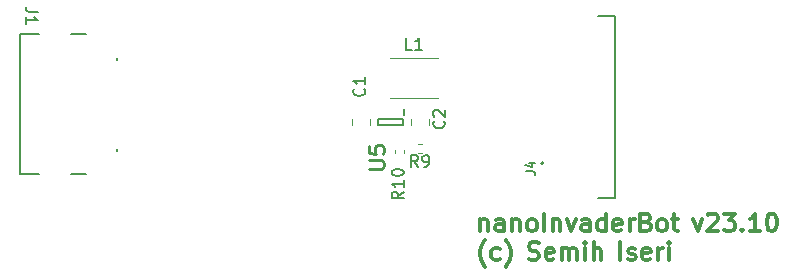
<source format=gbr>
%TF.GenerationSoftware,KiCad,Pcbnew,(7.0.0)*%
%TF.CreationDate,2023-10-22T09:50:51+03:00*%
%TF.ProjectId,nanoInvaderBot-logic,6e616e6f-496e-4766-9164-6572426f742d,rev?*%
%TF.SameCoordinates,Original*%
%TF.FileFunction,Legend,Top*%
%TF.FilePolarity,Positive*%
%FSLAX46Y46*%
G04 Gerber Fmt 4.6, Leading zero omitted, Abs format (unit mm)*
G04 Created by KiCad (PCBNEW (7.0.0)) date 2023-10-22 09:50:51*
%MOMM*%
%LPD*%
G01*
G04 APERTURE LIST*
%ADD10C,0.300000*%
%ADD11C,0.150000*%
%ADD12C,0.254000*%
%ADD13C,0.120000*%
%ADD14C,0.152400*%
%ADD15C,0.127000*%
%ADD16C,0.200000*%
G04 APERTURE END LIST*
D10*
X156857142Y-109493571D02*
X156857142Y-110493571D01*
X156857142Y-109636428D02*
X156928571Y-109565000D01*
X156928571Y-109565000D02*
X157071428Y-109493571D01*
X157071428Y-109493571D02*
X157285714Y-109493571D01*
X157285714Y-109493571D02*
X157428571Y-109565000D01*
X157428571Y-109565000D02*
X157500000Y-109707857D01*
X157500000Y-109707857D02*
X157500000Y-110493571D01*
X158857143Y-110493571D02*
X158857143Y-109707857D01*
X158857143Y-109707857D02*
X158785714Y-109565000D01*
X158785714Y-109565000D02*
X158642857Y-109493571D01*
X158642857Y-109493571D02*
X158357143Y-109493571D01*
X158357143Y-109493571D02*
X158214285Y-109565000D01*
X158857143Y-110422142D02*
X158714285Y-110493571D01*
X158714285Y-110493571D02*
X158357143Y-110493571D01*
X158357143Y-110493571D02*
X158214285Y-110422142D01*
X158214285Y-110422142D02*
X158142857Y-110279285D01*
X158142857Y-110279285D02*
X158142857Y-110136428D01*
X158142857Y-110136428D02*
X158214285Y-109993571D01*
X158214285Y-109993571D02*
X158357143Y-109922142D01*
X158357143Y-109922142D02*
X158714285Y-109922142D01*
X158714285Y-109922142D02*
X158857143Y-109850714D01*
X159571428Y-109493571D02*
X159571428Y-110493571D01*
X159571428Y-109636428D02*
X159642857Y-109565000D01*
X159642857Y-109565000D02*
X159785714Y-109493571D01*
X159785714Y-109493571D02*
X160000000Y-109493571D01*
X160000000Y-109493571D02*
X160142857Y-109565000D01*
X160142857Y-109565000D02*
X160214286Y-109707857D01*
X160214286Y-109707857D02*
X160214286Y-110493571D01*
X161142857Y-110493571D02*
X161000000Y-110422142D01*
X161000000Y-110422142D02*
X160928571Y-110350714D01*
X160928571Y-110350714D02*
X160857143Y-110207857D01*
X160857143Y-110207857D02*
X160857143Y-109779285D01*
X160857143Y-109779285D02*
X160928571Y-109636428D01*
X160928571Y-109636428D02*
X161000000Y-109565000D01*
X161000000Y-109565000D02*
X161142857Y-109493571D01*
X161142857Y-109493571D02*
X161357143Y-109493571D01*
X161357143Y-109493571D02*
X161500000Y-109565000D01*
X161500000Y-109565000D02*
X161571429Y-109636428D01*
X161571429Y-109636428D02*
X161642857Y-109779285D01*
X161642857Y-109779285D02*
X161642857Y-110207857D01*
X161642857Y-110207857D02*
X161571429Y-110350714D01*
X161571429Y-110350714D02*
X161500000Y-110422142D01*
X161500000Y-110422142D02*
X161357143Y-110493571D01*
X161357143Y-110493571D02*
X161142857Y-110493571D01*
X162285714Y-110493571D02*
X162285714Y-108993571D01*
X163000000Y-109493571D02*
X163000000Y-110493571D01*
X163000000Y-109636428D02*
X163071429Y-109565000D01*
X163071429Y-109565000D02*
X163214286Y-109493571D01*
X163214286Y-109493571D02*
X163428572Y-109493571D01*
X163428572Y-109493571D02*
X163571429Y-109565000D01*
X163571429Y-109565000D02*
X163642858Y-109707857D01*
X163642858Y-109707857D02*
X163642858Y-110493571D01*
X164214286Y-109493571D02*
X164571429Y-110493571D01*
X164571429Y-110493571D02*
X164928572Y-109493571D01*
X166142858Y-110493571D02*
X166142858Y-109707857D01*
X166142858Y-109707857D02*
X166071429Y-109565000D01*
X166071429Y-109565000D02*
X165928572Y-109493571D01*
X165928572Y-109493571D02*
X165642858Y-109493571D01*
X165642858Y-109493571D02*
X165500000Y-109565000D01*
X166142858Y-110422142D02*
X166000000Y-110493571D01*
X166000000Y-110493571D02*
X165642858Y-110493571D01*
X165642858Y-110493571D02*
X165500000Y-110422142D01*
X165500000Y-110422142D02*
X165428572Y-110279285D01*
X165428572Y-110279285D02*
X165428572Y-110136428D01*
X165428572Y-110136428D02*
X165500000Y-109993571D01*
X165500000Y-109993571D02*
X165642858Y-109922142D01*
X165642858Y-109922142D02*
X166000000Y-109922142D01*
X166000000Y-109922142D02*
X166142858Y-109850714D01*
X167500001Y-110493571D02*
X167500001Y-108993571D01*
X167500001Y-110422142D02*
X167357143Y-110493571D01*
X167357143Y-110493571D02*
X167071429Y-110493571D01*
X167071429Y-110493571D02*
X166928572Y-110422142D01*
X166928572Y-110422142D02*
X166857143Y-110350714D01*
X166857143Y-110350714D02*
X166785715Y-110207857D01*
X166785715Y-110207857D02*
X166785715Y-109779285D01*
X166785715Y-109779285D02*
X166857143Y-109636428D01*
X166857143Y-109636428D02*
X166928572Y-109565000D01*
X166928572Y-109565000D02*
X167071429Y-109493571D01*
X167071429Y-109493571D02*
X167357143Y-109493571D01*
X167357143Y-109493571D02*
X167500001Y-109565000D01*
X168785715Y-110422142D02*
X168642858Y-110493571D01*
X168642858Y-110493571D02*
X168357144Y-110493571D01*
X168357144Y-110493571D02*
X168214286Y-110422142D01*
X168214286Y-110422142D02*
X168142858Y-110279285D01*
X168142858Y-110279285D02*
X168142858Y-109707857D01*
X168142858Y-109707857D02*
X168214286Y-109565000D01*
X168214286Y-109565000D02*
X168357144Y-109493571D01*
X168357144Y-109493571D02*
X168642858Y-109493571D01*
X168642858Y-109493571D02*
X168785715Y-109565000D01*
X168785715Y-109565000D02*
X168857144Y-109707857D01*
X168857144Y-109707857D02*
X168857144Y-109850714D01*
X168857144Y-109850714D02*
X168142858Y-109993571D01*
X169500000Y-110493571D02*
X169500000Y-109493571D01*
X169500000Y-109779285D02*
X169571429Y-109636428D01*
X169571429Y-109636428D02*
X169642858Y-109565000D01*
X169642858Y-109565000D02*
X169785715Y-109493571D01*
X169785715Y-109493571D02*
X169928572Y-109493571D01*
X170928571Y-109707857D02*
X171142857Y-109779285D01*
X171142857Y-109779285D02*
X171214286Y-109850714D01*
X171214286Y-109850714D02*
X171285714Y-109993571D01*
X171285714Y-109993571D02*
X171285714Y-110207857D01*
X171285714Y-110207857D02*
X171214286Y-110350714D01*
X171214286Y-110350714D02*
X171142857Y-110422142D01*
X171142857Y-110422142D02*
X171000000Y-110493571D01*
X171000000Y-110493571D02*
X170428571Y-110493571D01*
X170428571Y-110493571D02*
X170428571Y-108993571D01*
X170428571Y-108993571D02*
X170928571Y-108993571D01*
X170928571Y-108993571D02*
X171071429Y-109065000D01*
X171071429Y-109065000D02*
X171142857Y-109136428D01*
X171142857Y-109136428D02*
X171214286Y-109279285D01*
X171214286Y-109279285D02*
X171214286Y-109422142D01*
X171214286Y-109422142D02*
X171142857Y-109565000D01*
X171142857Y-109565000D02*
X171071429Y-109636428D01*
X171071429Y-109636428D02*
X170928571Y-109707857D01*
X170928571Y-109707857D02*
X170428571Y-109707857D01*
X172142857Y-110493571D02*
X172000000Y-110422142D01*
X172000000Y-110422142D02*
X171928571Y-110350714D01*
X171928571Y-110350714D02*
X171857143Y-110207857D01*
X171857143Y-110207857D02*
X171857143Y-109779285D01*
X171857143Y-109779285D02*
X171928571Y-109636428D01*
X171928571Y-109636428D02*
X172000000Y-109565000D01*
X172000000Y-109565000D02*
X172142857Y-109493571D01*
X172142857Y-109493571D02*
X172357143Y-109493571D01*
X172357143Y-109493571D02*
X172500000Y-109565000D01*
X172500000Y-109565000D02*
X172571429Y-109636428D01*
X172571429Y-109636428D02*
X172642857Y-109779285D01*
X172642857Y-109779285D02*
X172642857Y-110207857D01*
X172642857Y-110207857D02*
X172571429Y-110350714D01*
X172571429Y-110350714D02*
X172500000Y-110422142D01*
X172500000Y-110422142D02*
X172357143Y-110493571D01*
X172357143Y-110493571D02*
X172142857Y-110493571D01*
X173071429Y-109493571D02*
X173642857Y-109493571D01*
X173285714Y-108993571D02*
X173285714Y-110279285D01*
X173285714Y-110279285D02*
X173357143Y-110422142D01*
X173357143Y-110422142D02*
X173500000Y-110493571D01*
X173500000Y-110493571D02*
X173642857Y-110493571D01*
X174900000Y-109493571D02*
X175257143Y-110493571D01*
X175257143Y-110493571D02*
X175614286Y-109493571D01*
X176114286Y-109136428D02*
X176185714Y-109065000D01*
X176185714Y-109065000D02*
X176328572Y-108993571D01*
X176328572Y-108993571D02*
X176685714Y-108993571D01*
X176685714Y-108993571D02*
X176828572Y-109065000D01*
X176828572Y-109065000D02*
X176900000Y-109136428D01*
X176900000Y-109136428D02*
X176971429Y-109279285D01*
X176971429Y-109279285D02*
X176971429Y-109422142D01*
X176971429Y-109422142D02*
X176900000Y-109636428D01*
X176900000Y-109636428D02*
X176042857Y-110493571D01*
X176042857Y-110493571D02*
X176971429Y-110493571D01*
X177471428Y-108993571D02*
X178400000Y-108993571D01*
X178400000Y-108993571D02*
X177900000Y-109565000D01*
X177900000Y-109565000D02*
X178114285Y-109565000D01*
X178114285Y-109565000D02*
X178257143Y-109636428D01*
X178257143Y-109636428D02*
X178328571Y-109707857D01*
X178328571Y-109707857D02*
X178400000Y-109850714D01*
X178400000Y-109850714D02*
X178400000Y-110207857D01*
X178400000Y-110207857D02*
X178328571Y-110350714D01*
X178328571Y-110350714D02*
X178257143Y-110422142D01*
X178257143Y-110422142D02*
X178114285Y-110493571D01*
X178114285Y-110493571D02*
X177685714Y-110493571D01*
X177685714Y-110493571D02*
X177542857Y-110422142D01*
X177542857Y-110422142D02*
X177471428Y-110350714D01*
X179042856Y-110350714D02*
X179114285Y-110422142D01*
X179114285Y-110422142D02*
X179042856Y-110493571D01*
X179042856Y-110493571D02*
X178971428Y-110422142D01*
X178971428Y-110422142D02*
X179042856Y-110350714D01*
X179042856Y-110350714D02*
X179042856Y-110493571D01*
X180542857Y-110493571D02*
X179685714Y-110493571D01*
X180114285Y-110493571D02*
X180114285Y-108993571D01*
X180114285Y-108993571D02*
X179971428Y-109207857D01*
X179971428Y-109207857D02*
X179828571Y-109350714D01*
X179828571Y-109350714D02*
X179685714Y-109422142D01*
X181471428Y-108993571D02*
X181614285Y-108993571D01*
X181614285Y-108993571D02*
X181757142Y-109065000D01*
X181757142Y-109065000D02*
X181828571Y-109136428D01*
X181828571Y-109136428D02*
X181899999Y-109279285D01*
X181899999Y-109279285D02*
X181971428Y-109565000D01*
X181971428Y-109565000D02*
X181971428Y-109922142D01*
X181971428Y-109922142D02*
X181899999Y-110207857D01*
X181899999Y-110207857D02*
X181828571Y-110350714D01*
X181828571Y-110350714D02*
X181757142Y-110422142D01*
X181757142Y-110422142D02*
X181614285Y-110493571D01*
X181614285Y-110493571D02*
X181471428Y-110493571D01*
X181471428Y-110493571D02*
X181328571Y-110422142D01*
X181328571Y-110422142D02*
X181257142Y-110350714D01*
X181257142Y-110350714D02*
X181185713Y-110207857D01*
X181185713Y-110207857D02*
X181114285Y-109922142D01*
X181114285Y-109922142D02*
X181114285Y-109565000D01*
X181114285Y-109565000D02*
X181185713Y-109279285D01*
X181185713Y-109279285D02*
X181257142Y-109136428D01*
X181257142Y-109136428D02*
X181328571Y-109065000D01*
X181328571Y-109065000D02*
X181471428Y-108993571D01*
X157285714Y-113495000D02*
X157214285Y-113423571D01*
X157214285Y-113423571D02*
X157071428Y-113209285D01*
X157071428Y-113209285D02*
X157000000Y-113066428D01*
X157000000Y-113066428D02*
X156928571Y-112852142D01*
X156928571Y-112852142D02*
X156857142Y-112495000D01*
X156857142Y-112495000D02*
X156857142Y-112209285D01*
X156857142Y-112209285D02*
X156928571Y-111852142D01*
X156928571Y-111852142D02*
X157000000Y-111637857D01*
X157000000Y-111637857D02*
X157071428Y-111495000D01*
X157071428Y-111495000D02*
X157214285Y-111280714D01*
X157214285Y-111280714D02*
X157285714Y-111209285D01*
X158500000Y-112852142D02*
X158357142Y-112923571D01*
X158357142Y-112923571D02*
X158071428Y-112923571D01*
X158071428Y-112923571D02*
X157928571Y-112852142D01*
X157928571Y-112852142D02*
X157857142Y-112780714D01*
X157857142Y-112780714D02*
X157785714Y-112637857D01*
X157785714Y-112637857D02*
X157785714Y-112209285D01*
X157785714Y-112209285D02*
X157857142Y-112066428D01*
X157857142Y-112066428D02*
X157928571Y-111995000D01*
X157928571Y-111995000D02*
X158071428Y-111923571D01*
X158071428Y-111923571D02*
X158357142Y-111923571D01*
X158357142Y-111923571D02*
X158500000Y-111995000D01*
X158999999Y-113495000D02*
X159071428Y-113423571D01*
X159071428Y-113423571D02*
X159214285Y-113209285D01*
X159214285Y-113209285D02*
X159285714Y-113066428D01*
X159285714Y-113066428D02*
X159357142Y-112852142D01*
X159357142Y-112852142D02*
X159428571Y-112495000D01*
X159428571Y-112495000D02*
X159428571Y-112209285D01*
X159428571Y-112209285D02*
X159357142Y-111852142D01*
X159357142Y-111852142D02*
X159285714Y-111637857D01*
X159285714Y-111637857D02*
X159214285Y-111495000D01*
X159214285Y-111495000D02*
X159071428Y-111280714D01*
X159071428Y-111280714D02*
X158999999Y-111209285D01*
X160971428Y-112852142D02*
X161185714Y-112923571D01*
X161185714Y-112923571D02*
X161542856Y-112923571D01*
X161542856Y-112923571D02*
X161685714Y-112852142D01*
X161685714Y-112852142D02*
X161757142Y-112780714D01*
X161757142Y-112780714D02*
X161828571Y-112637857D01*
X161828571Y-112637857D02*
X161828571Y-112495000D01*
X161828571Y-112495000D02*
X161757142Y-112352142D01*
X161757142Y-112352142D02*
X161685714Y-112280714D01*
X161685714Y-112280714D02*
X161542856Y-112209285D01*
X161542856Y-112209285D02*
X161257142Y-112137857D01*
X161257142Y-112137857D02*
X161114285Y-112066428D01*
X161114285Y-112066428D02*
X161042856Y-111995000D01*
X161042856Y-111995000D02*
X160971428Y-111852142D01*
X160971428Y-111852142D02*
X160971428Y-111709285D01*
X160971428Y-111709285D02*
X161042856Y-111566428D01*
X161042856Y-111566428D02*
X161114285Y-111495000D01*
X161114285Y-111495000D02*
X161257142Y-111423571D01*
X161257142Y-111423571D02*
X161614285Y-111423571D01*
X161614285Y-111423571D02*
X161828571Y-111495000D01*
X163042856Y-112852142D02*
X162899999Y-112923571D01*
X162899999Y-112923571D02*
X162614285Y-112923571D01*
X162614285Y-112923571D02*
X162471427Y-112852142D01*
X162471427Y-112852142D02*
X162399999Y-112709285D01*
X162399999Y-112709285D02*
X162399999Y-112137857D01*
X162399999Y-112137857D02*
X162471427Y-111995000D01*
X162471427Y-111995000D02*
X162614285Y-111923571D01*
X162614285Y-111923571D02*
X162899999Y-111923571D01*
X162899999Y-111923571D02*
X163042856Y-111995000D01*
X163042856Y-111995000D02*
X163114285Y-112137857D01*
X163114285Y-112137857D02*
X163114285Y-112280714D01*
X163114285Y-112280714D02*
X162399999Y-112423571D01*
X163757141Y-112923571D02*
X163757141Y-111923571D01*
X163757141Y-112066428D02*
X163828570Y-111995000D01*
X163828570Y-111995000D02*
X163971427Y-111923571D01*
X163971427Y-111923571D02*
X164185713Y-111923571D01*
X164185713Y-111923571D02*
X164328570Y-111995000D01*
X164328570Y-111995000D02*
X164399999Y-112137857D01*
X164399999Y-112137857D02*
X164399999Y-112923571D01*
X164399999Y-112137857D02*
X164471427Y-111995000D01*
X164471427Y-111995000D02*
X164614284Y-111923571D01*
X164614284Y-111923571D02*
X164828570Y-111923571D01*
X164828570Y-111923571D02*
X164971427Y-111995000D01*
X164971427Y-111995000D02*
X165042856Y-112137857D01*
X165042856Y-112137857D02*
X165042856Y-112923571D01*
X165757141Y-112923571D02*
X165757141Y-111923571D01*
X165757141Y-111423571D02*
X165685713Y-111495000D01*
X165685713Y-111495000D02*
X165757141Y-111566428D01*
X165757141Y-111566428D02*
X165828570Y-111495000D01*
X165828570Y-111495000D02*
X165757141Y-111423571D01*
X165757141Y-111423571D02*
X165757141Y-111566428D01*
X166471427Y-112923571D02*
X166471427Y-111423571D01*
X167114285Y-112923571D02*
X167114285Y-112137857D01*
X167114285Y-112137857D02*
X167042856Y-111995000D01*
X167042856Y-111995000D02*
X166899999Y-111923571D01*
X166899999Y-111923571D02*
X166685713Y-111923571D01*
X166685713Y-111923571D02*
X166542856Y-111995000D01*
X166542856Y-111995000D02*
X166471427Y-112066428D01*
X168728570Y-112923571D02*
X168728570Y-111423571D01*
X169371428Y-112852142D02*
X169514285Y-112923571D01*
X169514285Y-112923571D02*
X169799999Y-112923571D01*
X169799999Y-112923571D02*
X169942856Y-112852142D01*
X169942856Y-112852142D02*
X170014285Y-112709285D01*
X170014285Y-112709285D02*
X170014285Y-112637857D01*
X170014285Y-112637857D02*
X169942856Y-112495000D01*
X169942856Y-112495000D02*
X169799999Y-112423571D01*
X169799999Y-112423571D02*
X169585714Y-112423571D01*
X169585714Y-112423571D02*
X169442856Y-112352142D01*
X169442856Y-112352142D02*
X169371428Y-112209285D01*
X169371428Y-112209285D02*
X169371428Y-112137857D01*
X169371428Y-112137857D02*
X169442856Y-111995000D01*
X169442856Y-111995000D02*
X169585714Y-111923571D01*
X169585714Y-111923571D02*
X169799999Y-111923571D01*
X169799999Y-111923571D02*
X169942856Y-111995000D01*
X171228571Y-112852142D02*
X171085714Y-112923571D01*
X171085714Y-112923571D02*
X170800000Y-112923571D01*
X170800000Y-112923571D02*
X170657142Y-112852142D01*
X170657142Y-112852142D02*
X170585714Y-112709285D01*
X170585714Y-112709285D02*
X170585714Y-112137857D01*
X170585714Y-112137857D02*
X170657142Y-111995000D01*
X170657142Y-111995000D02*
X170800000Y-111923571D01*
X170800000Y-111923571D02*
X171085714Y-111923571D01*
X171085714Y-111923571D02*
X171228571Y-111995000D01*
X171228571Y-111995000D02*
X171300000Y-112137857D01*
X171300000Y-112137857D02*
X171300000Y-112280714D01*
X171300000Y-112280714D02*
X170585714Y-112423571D01*
X171942856Y-112923571D02*
X171942856Y-111923571D01*
X171942856Y-112209285D02*
X172014285Y-112066428D01*
X172014285Y-112066428D02*
X172085714Y-111995000D01*
X172085714Y-111995000D02*
X172228571Y-111923571D01*
X172228571Y-111923571D02*
X172371428Y-111923571D01*
X172871427Y-112923571D02*
X172871427Y-111923571D01*
X172871427Y-111423571D02*
X172799999Y-111495000D01*
X172799999Y-111495000D02*
X172871427Y-111566428D01*
X172871427Y-111566428D02*
X172942856Y-111495000D01*
X172942856Y-111495000D02*
X172871427Y-111423571D01*
X172871427Y-111423571D02*
X172871427Y-111566428D01*
D11*
%TO.C,C1*%
X147022142Y-98416666D02*
X147069761Y-98464285D01*
X147069761Y-98464285D02*
X147117380Y-98607142D01*
X147117380Y-98607142D02*
X147117380Y-98702380D01*
X147117380Y-98702380D02*
X147069761Y-98845237D01*
X147069761Y-98845237D02*
X146974523Y-98940475D01*
X146974523Y-98940475D02*
X146879285Y-98988094D01*
X146879285Y-98988094D02*
X146688809Y-99035713D01*
X146688809Y-99035713D02*
X146545952Y-99035713D01*
X146545952Y-99035713D02*
X146355476Y-98988094D01*
X146355476Y-98988094D02*
X146260238Y-98940475D01*
X146260238Y-98940475D02*
X146165000Y-98845237D01*
X146165000Y-98845237D02*
X146117380Y-98702380D01*
X146117380Y-98702380D02*
X146117380Y-98607142D01*
X146117380Y-98607142D02*
X146165000Y-98464285D01*
X146165000Y-98464285D02*
X146212619Y-98416666D01*
X147117380Y-97464285D02*
X147117380Y-98035713D01*
X147117380Y-97749999D02*
X146117380Y-97749999D01*
X146117380Y-97749999D02*
X146260238Y-97845237D01*
X146260238Y-97845237D02*
X146355476Y-97940475D01*
X146355476Y-97940475D02*
X146403095Y-98035713D01*
%TO.C,J1*%
X119382619Y-91916666D02*
X118668333Y-91916666D01*
X118668333Y-91916666D02*
X118525476Y-91869047D01*
X118525476Y-91869047D02*
X118430238Y-91773809D01*
X118430238Y-91773809D02*
X118382619Y-91630952D01*
X118382619Y-91630952D02*
X118382619Y-91535714D01*
X118382619Y-92916666D02*
X118382619Y-92345238D01*
X118382619Y-92630952D02*
X119382619Y-92630952D01*
X119382619Y-92630952D02*
X119239761Y-92535714D01*
X119239761Y-92535714D02*
X119144523Y-92440476D01*
X119144523Y-92440476D02*
X119096904Y-92345238D01*
%TO.C,R10*%
X150367380Y-107142857D02*
X149891190Y-107476190D01*
X150367380Y-107714285D02*
X149367380Y-107714285D01*
X149367380Y-107714285D02*
X149367380Y-107333333D01*
X149367380Y-107333333D02*
X149415000Y-107238095D01*
X149415000Y-107238095D02*
X149462619Y-107190476D01*
X149462619Y-107190476D02*
X149557857Y-107142857D01*
X149557857Y-107142857D02*
X149700714Y-107142857D01*
X149700714Y-107142857D02*
X149795952Y-107190476D01*
X149795952Y-107190476D02*
X149843571Y-107238095D01*
X149843571Y-107238095D02*
X149891190Y-107333333D01*
X149891190Y-107333333D02*
X149891190Y-107714285D01*
X150367380Y-106190476D02*
X150367380Y-106761904D01*
X150367380Y-106476190D02*
X149367380Y-106476190D01*
X149367380Y-106476190D02*
X149510238Y-106571428D01*
X149510238Y-106571428D02*
X149605476Y-106666666D01*
X149605476Y-106666666D02*
X149653095Y-106761904D01*
X149367380Y-105571428D02*
X149367380Y-105476190D01*
X149367380Y-105476190D02*
X149415000Y-105380952D01*
X149415000Y-105380952D02*
X149462619Y-105333333D01*
X149462619Y-105333333D02*
X149557857Y-105285714D01*
X149557857Y-105285714D02*
X149748333Y-105238095D01*
X149748333Y-105238095D02*
X149986428Y-105238095D01*
X149986428Y-105238095D02*
X150176904Y-105285714D01*
X150176904Y-105285714D02*
X150272142Y-105333333D01*
X150272142Y-105333333D02*
X150319761Y-105380952D01*
X150319761Y-105380952D02*
X150367380Y-105476190D01*
X150367380Y-105476190D02*
X150367380Y-105571428D01*
X150367380Y-105571428D02*
X150319761Y-105666666D01*
X150319761Y-105666666D02*
X150272142Y-105714285D01*
X150272142Y-105714285D02*
X150176904Y-105761904D01*
X150176904Y-105761904D02*
X149986428Y-105809523D01*
X149986428Y-105809523D02*
X149748333Y-105809523D01*
X149748333Y-105809523D02*
X149557857Y-105761904D01*
X149557857Y-105761904D02*
X149462619Y-105714285D01*
X149462619Y-105714285D02*
X149415000Y-105666666D01*
X149415000Y-105666666D02*
X149367380Y-105571428D01*
%TO.C,R9*%
X151583333Y-105037380D02*
X151250000Y-104561190D01*
X151011905Y-105037380D02*
X151011905Y-104037380D01*
X151011905Y-104037380D02*
X151392857Y-104037380D01*
X151392857Y-104037380D02*
X151488095Y-104085000D01*
X151488095Y-104085000D02*
X151535714Y-104132619D01*
X151535714Y-104132619D02*
X151583333Y-104227857D01*
X151583333Y-104227857D02*
X151583333Y-104370714D01*
X151583333Y-104370714D02*
X151535714Y-104465952D01*
X151535714Y-104465952D02*
X151488095Y-104513571D01*
X151488095Y-104513571D02*
X151392857Y-104561190D01*
X151392857Y-104561190D02*
X151011905Y-104561190D01*
X152059524Y-105037380D02*
X152250000Y-105037380D01*
X152250000Y-105037380D02*
X152345238Y-104989761D01*
X152345238Y-104989761D02*
X152392857Y-104942142D01*
X152392857Y-104942142D02*
X152488095Y-104799285D01*
X152488095Y-104799285D02*
X152535714Y-104608809D01*
X152535714Y-104608809D02*
X152535714Y-104227857D01*
X152535714Y-104227857D02*
X152488095Y-104132619D01*
X152488095Y-104132619D02*
X152440476Y-104085000D01*
X152440476Y-104085000D02*
X152345238Y-104037380D01*
X152345238Y-104037380D02*
X152154762Y-104037380D01*
X152154762Y-104037380D02*
X152059524Y-104085000D01*
X152059524Y-104085000D02*
X152011905Y-104132619D01*
X152011905Y-104132619D02*
X151964286Y-104227857D01*
X151964286Y-104227857D02*
X151964286Y-104465952D01*
X151964286Y-104465952D02*
X152011905Y-104561190D01*
X152011905Y-104561190D02*
X152059524Y-104608809D01*
X152059524Y-104608809D02*
X152154762Y-104656428D01*
X152154762Y-104656428D02*
X152345238Y-104656428D01*
X152345238Y-104656428D02*
X152440476Y-104608809D01*
X152440476Y-104608809D02*
X152488095Y-104561190D01*
X152488095Y-104561190D02*
X152535714Y-104465952D01*
%TO.C,J4*%
X160697165Y-105429252D02*
X161268864Y-105429252D01*
X161268864Y-105429252D02*
X161383204Y-105467365D01*
X161383204Y-105467365D02*
X161459430Y-105543592D01*
X161459430Y-105543592D02*
X161497543Y-105657931D01*
X161497543Y-105657931D02*
X161497543Y-105734158D01*
X160963958Y-104705100D02*
X161497543Y-104705100D01*
X160659052Y-104895666D02*
X161230751Y-105086233D01*
X161230751Y-105086233D02*
X161230751Y-104590760D01*
D12*
%TO.C,U5*%
X147446573Y-105217619D02*
X148474669Y-105217619D01*
X148474669Y-105217619D02*
X148595621Y-105157142D01*
X148595621Y-105157142D02*
X148656097Y-105096666D01*
X148656097Y-105096666D02*
X148716573Y-104975714D01*
X148716573Y-104975714D02*
X148716573Y-104733809D01*
X148716573Y-104733809D02*
X148656097Y-104612857D01*
X148656097Y-104612857D02*
X148595621Y-104552380D01*
X148595621Y-104552380D02*
X148474669Y-104491904D01*
X148474669Y-104491904D02*
X147446573Y-104491904D01*
X147446573Y-103282381D02*
X147446573Y-103887143D01*
X147446573Y-103887143D02*
X148051335Y-103947619D01*
X148051335Y-103947619D02*
X147990859Y-103887143D01*
X147990859Y-103887143D02*
X147930383Y-103766190D01*
X147930383Y-103766190D02*
X147930383Y-103463809D01*
X147930383Y-103463809D02*
X147990859Y-103342857D01*
X147990859Y-103342857D02*
X148051335Y-103282381D01*
X148051335Y-103282381D02*
X148172288Y-103221904D01*
X148172288Y-103221904D02*
X148474669Y-103221904D01*
X148474669Y-103221904D02*
X148595621Y-103282381D01*
X148595621Y-103282381D02*
X148656097Y-103342857D01*
X148656097Y-103342857D02*
X148716573Y-103463809D01*
X148716573Y-103463809D02*
X148716573Y-103766190D01*
X148716573Y-103766190D02*
X148656097Y-103887143D01*
X148656097Y-103887143D02*
X148595621Y-103947619D01*
D11*
%TO.C,L1*%
X151083333Y-95117380D02*
X150607143Y-95117380D01*
X150607143Y-95117380D02*
X150607143Y-94117380D01*
X151940476Y-95117380D02*
X151369048Y-95117380D01*
X151654762Y-95117380D02*
X151654762Y-94117380D01*
X151654762Y-94117380D02*
X151559524Y-94260238D01*
X151559524Y-94260238D02*
X151464286Y-94355476D01*
X151464286Y-94355476D02*
X151369048Y-94403095D01*
%TO.C,C2*%
X153772142Y-101166666D02*
X153819761Y-101214285D01*
X153819761Y-101214285D02*
X153867380Y-101357142D01*
X153867380Y-101357142D02*
X153867380Y-101452380D01*
X153867380Y-101452380D02*
X153819761Y-101595237D01*
X153819761Y-101595237D02*
X153724523Y-101690475D01*
X153724523Y-101690475D02*
X153629285Y-101738094D01*
X153629285Y-101738094D02*
X153438809Y-101785713D01*
X153438809Y-101785713D02*
X153295952Y-101785713D01*
X153295952Y-101785713D02*
X153105476Y-101738094D01*
X153105476Y-101738094D02*
X153010238Y-101690475D01*
X153010238Y-101690475D02*
X152915000Y-101595237D01*
X152915000Y-101595237D02*
X152867380Y-101452380D01*
X152867380Y-101452380D02*
X152867380Y-101357142D01*
X152867380Y-101357142D02*
X152915000Y-101214285D01*
X152915000Y-101214285D02*
X152962619Y-101166666D01*
X152962619Y-100785713D02*
X152915000Y-100738094D01*
X152915000Y-100738094D02*
X152867380Y-100642856D01*
X152867380Y-100642856D02*
X152867380Y-100404761D01*
X152867380Y-100404761D02*
X152915000Y-100309523D01*
X152915000Y-100309523D02*
X152962619Y-100261904D01*
X152962619Y-100261904D02*
X153057857Y-100214285D01*
X153057857Y-100214285D02*
X153153095Y-100214285D01*
X153153095Y-100214285D02*
X153295952Y-100261904D01*
X153295952Y-100261904D02*
X153867380Y-100833332D01*
X153867380Y-100833332D02*
X153867380Y-100214285D01*
D13*
%TO.C,C1*%
X147485000Y-100988748D02*
X147485000Y-101511252D01*
X146015000Y-100988748D02*
X146015000Y-101511252D01*
D14*
%TO.C,J1*%
X123451760Y-93819100D02*
X122193840Y-93819100D01*
X119521760Y-93819100D02*
X117885200Y-93819100D01*
X117885200Y-93819100D02*
X117885200Y-105680900D01*
X126114800Y-95965671D02*
X126114800Y-95796534D01*
X126114800Y-103703466D02*
X126114800Y-103534326D01*
X122193840Y-105680900D02*
X123451760Y-105680900D01*
X117885200Y-105680900D02*
X119521760Y-105680900D01*
D13*
%TO.C,R10*%
X150380000Y-103596359D02*
X150380000Y-103903641D01*
X149620000Y-103596359D02*
X149620000Y-103903641D01*
%TO.C,R9*%
X151903641Y-103880000D02*
X151596359Y-103880000D01*
X151903641Y-103120000D02*
X151596359Y-103120000D01*
D15*
%TO.C,J4*%
X166812500Y-107715000D02*
X168312500Y-107715000D01*
X168312500Y-107715000D02*
X168312500Y-92285000D01*
X168312500Y-92285000D02*
X166812500Y-92285000D01*
D16*
X162212500Y-104730000D02*
G75*
G03*
X162212500Y-104730000I-100000J0D01*
G01*
%TO.C,U5*%
X150400000Y-100175000D02*
X150400000Y-100650000D01*
X150300000Y-101000000D02*
X150300000Y-101500000D01*
X148200000Y-101000000D02*
X150300000Y-101000000D01*
X150300000Y-101500000D02*
X148200000Y-101500000D01*
X148200000Y-101500000D02*
X148200000Y-101000000D01*
D13*
%TO.C,L1*%
X153302064Y-99210000D02*
X149197936Y-99210000D01*
X153302064Y-95790000D02*
X149197936Y-95790000D01*
%TO.C,C2*%
X152485000Y-100988748D02*
X152485000Y-101511252D01*
X151015000Y-100988748D02*
X151015000Y-101511252D01*
%TD*%
M02*

</source>
